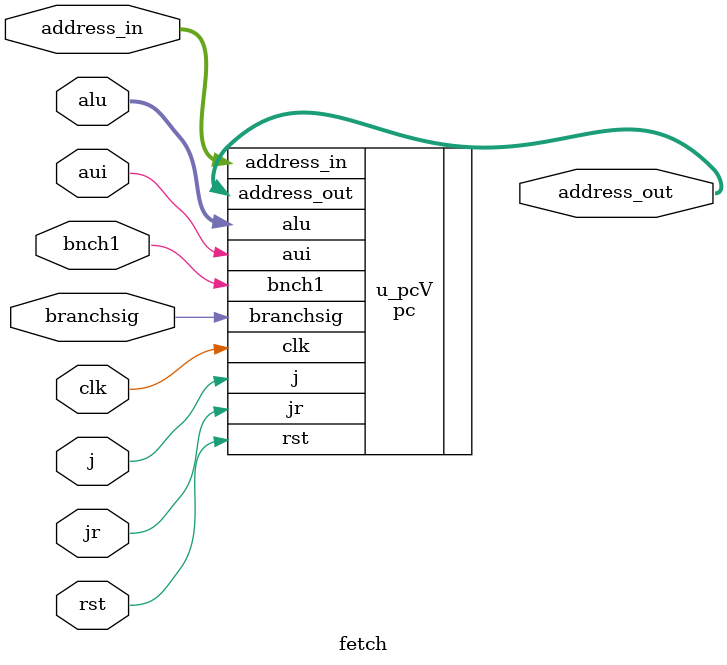
<source format=v>

`include "pc.v"


module fetch (
input wire clk,
input wire rst,
output wire[31:0]address_out,
input wire [31:0]address_in,
input wire branchsig,
input wire bnch1,
input wire jr,
input wire j,
input wire aui,
input wire [7:0]alu
 
);







pc u_pcV(.clk(clk),
         .rst(rst),
         .address_out(address_out),
         .branchsig(branchsig),
         .address_in(address_in),
         .bnch1(bnch1),
         .jr(jr),
         .j(j),                                   
         .aui(aui),
         .alu(alu));


endmodule
</source>
